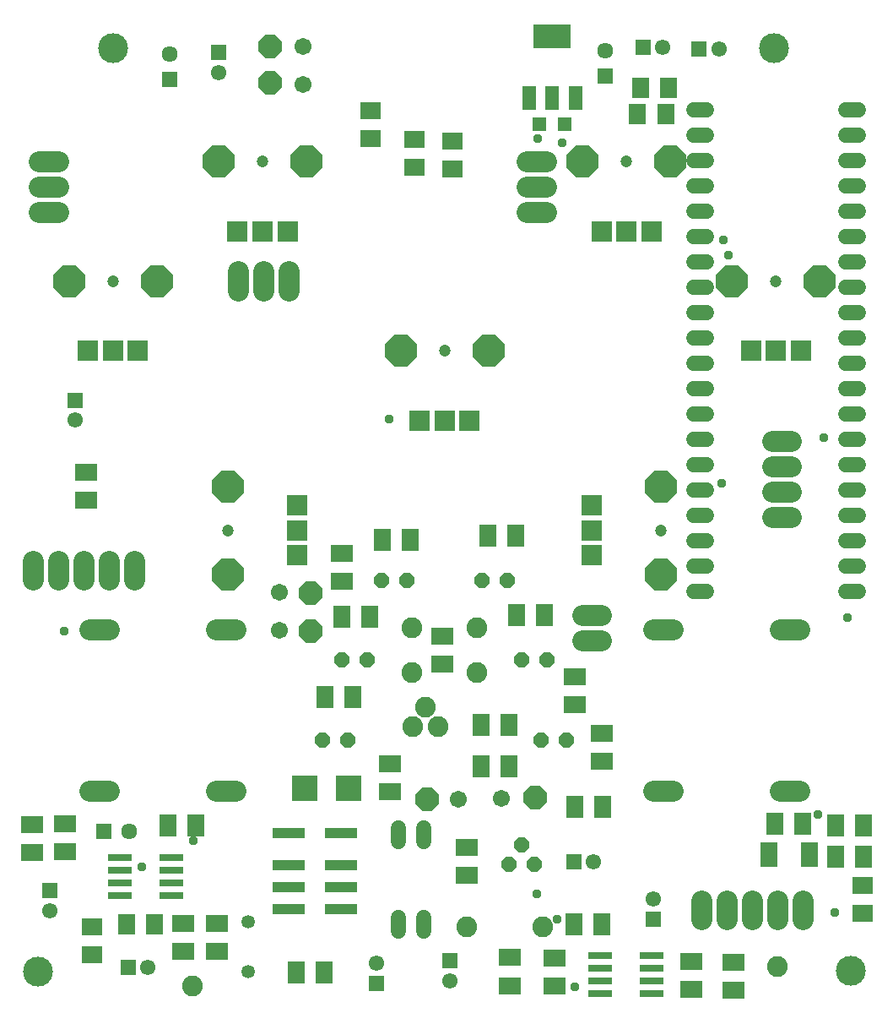
<source format=gbr>
G04 EAGLE Gerber X2 export*
%TF.Part,Single*%
%TF.FileFunction,Soldermask,Top,1*%
%TF.FilePolarity,Positive*%
%TF.GenerationSoftware,Autodesk,EAGLE,9.2.2*%
%TF.CreationDate,2019-06-08T20:53:07Z*%
G75*
%MOMM*%
%FSLAX34Y34*%
%LPD*%
%INSoldermask Top*%
%AMOC8*
5,1,8,0,0,1.08239X$1,22.5*%
G01*
%ADD10P,2.556822X8X202.500000*%
%ADD11R,1.553200X1.553200*%
%ADD12C,1.553200*%
%ADD13R,2.003200X1.803200*%
%ADD14R,1.803200X2.003200*%
%ADD15R,2.603200X2.603200*%
%ADD16C,1.611200*%
%ADD17R,1.611200X1.611200*%
%ADD18C,3.003200*%
%ADD19C,2.153200*%
%ADD20R,3.303200X1.003200*%
%ADD21P,2.556822X8X22.500000*%
%ADD22R,2.203200X1.803200*%
%ADD23R,1.803200X2.203200*%
%ADD24C,1.511200*%
%ADD25R,2.082800X2.082800*%
%ADD26P,3.467112X8X292.500000*%
%ADD27C,1.203200*%
%ADD28P,3.467112X8X22.500000*%
%ADD29P,3.467112X8X202.500000*%
%ADD30R,1.727200X0.533400*%
%ADD31R,1.473200X1.473200*%
%ADD32R,1.422400X2.438400*%
%ADD33R,3.803200X2.403200*%
%ADD34C,1.703200*%
%ADD35P,1.649562X8X202.500000*%
%ADD36C,2.082800*%
%ADD37C,2.159000*%
%ADD38C,2.082800*%
%ADD39R,2.403200X0.803200*%
%ADD40C,1.346200*%
%ADD41C,1.524000*%
%ADD42P,1.649562X8X22.500000*%
%ADD43C,0.959600*%


D10*
X267672Y964694D03*
X267672Y928475D03*
D11*
X697770Y962330D03*
D12*
X717770Y962330D03*
D13*
X412595Y872038D03*
X412595Y844038D03*
X450737Y870599D03*
X450737Y842599D03*
D14*
X636299Y897536D03*
X664299Y897536D03*
X639425Y923765D03*
X667425Y923765D03*
D11*
X641639Y964091D03*
D12*
X661639Y964091D03*
D11*
X216194Y959020D03*
D12*
X216194Y939020D03*
D13*
X861632Y96183D03*
X861632Y124183D03*
D15*
X302066Y221866D03*
X346066Y221866D03*
D16*
X603556Y960896D03*
D17*
X603556Y935496D03*
D16*
X166692Y957507D03*
D17*
X166692Y932107D03*
D18*
X850000Y39085D03*
X35000Y37818D03*
D19*
X86750Y218850D02*
X106250Y218850D01*
X106250Y381150D02*
X86750Y381150D01*
X213750Y218850D02*
X233250Y218850D01*
X233250Y381150D02*
X213750Y381150D01*
D20*
X285941Y176872D03*
X285941Y144872D03*
X285941Y122872D03*
X285941Y100872D03*
X338941Y176872D03*
X338941Y144872D03*
X338941Y122872D03*
X338941Y100872D03*
D10*
X308500Y379478D03*
D21*
X308500Y417580D03*
D19*
X778750Y381150D02*
X798250Y381150D01*
X798250Y218850D02*
X778750Y218850D01*
X671250Y381150D02*
X651750Y381150D01*
X651750Y218850D02*
X671250Y218850D01*
D22*
X440330Y346012D03*
X440330Y374012D03*
X572942Y333354D03*
X572942Y305354D03*
D23*
X543071Y395345D03*
X515071Y395345D03*
X514224Y474884D03*
X486224Y474884D03*
X408047Y470244D03*
X380047Y470244D03*
D22*
X387866Y218297D03*
X387866Y246297D03*
D23*
X507599Y243633D03*
X479599Y243633D03*
X479612Y285242D03*
X507612Y285242D03*
D22*
X600558Y248449D03*
X600558Y276449D03*
X339206Y429029D03*
X339206Y457029D03*
X82949Y510767D03*
X82949Y538767D03*
D23*
X862692Y184359D03*
X834692Y184359D03*
X862517Y153087D03*
X834517Y153087D03*
X773725Y186046D03*
X801725Y186046D03*
D13*
X368642Y900618D03*
X368642Y872618D03*
D24*
X692260Y901700D02*
X705340Y901700D01*
X705340Y876300D02*
X692260Y876300D01*
X692260Y850900D02*
X705340Y850900D01*
X705340Y825500D02*
X692260Y825500D01*
X692260Y800100D02*
X705340Y800100D01*
X705340Y774700D02*
X692260Y774700D01*
X692260Y749300D02*
X705340Y749300D01*
X705340Y723900D02*
X692260Y723900D01*
X692260Y698500D02*
X705340Y698500D01*
X705340Y673100D02*
X692260Y673100D01*
X692260Y647700D02*
X705340Y647700D01*
X705340Y622300D02*
X692260Y622300D01*
X692260Y596900D02*
X705340Y596900D01*
X705340Y571500D02*
X692260Y571500D01*
X692260Y546100D02*
X705340Y546100D01*
X705340Y520700D02*
X692260Y520700D01*
X692260Y495300D02*
X705340Y495300D01*
X705340Y469900D02*
X692260Y469900D01*
X692260Y444500D02*
X705340Y444500D01*
X705340Y419100D02*
X692260Y419100D01*
X844660Y901700D02*
X857740Y901700D01*
X857740Y876300D02*
X844660Y876300D01*
X844660Y850900D02*
X857740Y850900D01*
X857740Y825500D02*
X844660Y825500D01*
X844660Y800100D02*
X857740Y800100D01*
X857740Y774700D02*
X844660Y774700D01*
X844660Y749300D02*
X857740Y749300D01*
X857740Y723900D02*
X844660Y723900D01*
X844660Y698500D02*
X857740Y698500D01*
X857740Y673100D02*
X844660Y673100D01*
X844660Y647700D02*
X857740Y647700D01*
X857740Y622300D02*
X844660Y622300D01*
X844660Y596900D02*
X857740Y596900D01*
X857740Y571500D02*
X844660Y571500D01*
X844660Y546100D02*
X857740Y546100D01*
X857740Y520700D02*
X844660Y520700D01*
X844660Y495300D02*
X857740Y495300D01*
X857740Y469900D02*
X844660Y469900D01*
X844660Y444500D02*
X857740Y444500D01*
X857740Y419100D02*
X844660Y419100D01*
D25*
X750000Y660000D03*
X775000Y660000D03*
X800000Y660000D03*
D26*
X731000Y730000D03*
X819000Y730000D03*
D27*
X775000Y730000D03*
D25*
X295000Y455000D03*
X295000Y480000D03*
X295000Y505000D03*
D28*
X225000Y436000D03*
X225000Y524000D03*
D27*
X225000Y480000D03*
D25*
X600000Y780000D03*
X625000Y780000D03*
X650000Y780000D03*
D26*
X581000Y850000D03*
X669000Y850000D03*
D27*
X625000Y850000D03*
D25*
X590000Y505000D03*
X590000Y480000D03*
X590000Y455000D03*
D29*
X660000Y524000D03*
X660000Y436000D03*
D27*
X660000Y480000D03*
D25*
X417500Y590000D03*
X442500Y590000D03*
X467500Y590000D03*
D26*
X398500Y660000D03*
X486500Y660000D03*
D27*
X442500Y660000D03*
D30*
X808423Y145206D03*
X808423Y150032D03*
X808423Y155112D03*
X808423Y160192D03*
X808423Y165018D03*
X767783Y165018D03*
X767783Y160192D03*
X767783Y155112D03*
X767783Y150032D03*
X767783Y145206D03*
D25*
X85000Y660000D03*
X110000Y660000D03*
X135000Y660000D03*
D26*
X66000Y730000D03*
X154000Y730000D03*
D27*
X110000Y730000D03*
D31*
X537690Y887107D03*
X563090Y887107D03*
D32*
X527613Y913320D03*
X550727Y913320D03*
X573841Y913320D03*
D33*
X550727Y975298D03*
D34*
X277000Y417830D03*
X277000Y380048D03*
X300460Y964978D03*
X300460Y927386D03*
D35*
X405200Y430000D03*
X379800Y430000D03*
X505200Y430000D03*
X479800Y430000D03*
X545200Y350000D03*
X519800Y350000D03*
X565200Y270000D03*
X539800Y270000D03*
D23*
X367462Y393482D03*
X339462Y393482D03*
X350787Y313218D03*
X322787Y313218D03*
D35*
X365200Y350000D03*
X339800Y350000D03*
X345200Y270000D03*
X319800Y270000D03*
D36*
X30000Y430602D02*
X30000Y449398D01*
X55400Y449398D02*
X55400Y430602D01*
X80800Y430602D02*
X80800Y449398D01*
X106200Y449398D02*
X106200Y430602D01*
X131600Y430602D02*
X131600Y449398D01*
D37*
X54887Y799030D02*
X35329Y799030D01*
X35329Y824430D02*
X54887Y824430D01*
X54887Y849830D02*
X35329Y849830D01*
X525329Y799030D02*
X544887Y799030D01*
X544887Y824430D02*
X525329Y824430D01*
X525329Y849830D02*
X544887Y849830D01*
X285908Y739891D02*
X285908Y720333D01*
X260508Y720333D02*
X260508Y739891D01*
X235108Y739891D02*
X235108Y720333D01*
D25*
X235000Y780000D03*
X260000Y780000D03*
X285000Y780000D03*
D26*
X216000Y850000D03*
X304000Y850000D03*
D27*
X260000Y850000D03*
D38*
X475012Y382606D03*
X409988Y382606D03*
X475012Y337394D03*
X409988Y337394D03*
D23*
X193342Y184719D03*
X165342Y184719D03*
D22*
X62093Y185973D03*
X62093Y157973D03*
D11*
X46555Y119279D03*
D12*
X46555Y99279D03*
D16*
X126508Y178437D03*
D17*
X101108Y178437D03*
D11*
X125012Y42305D03*
D12*
X145012Y42305D03*
D13*
X88787Y54753D03*
X88787Y82753D03*
D14*
X123599Y85679D03*
X151599Y85679D03*
D39*
X116899Y139581D03*
X168899Y139581D03*
X116899Y152281D03*
X116899Y126881D03*
X116899Y114181D03*
X168899Y152281D03*
X168899Y126881D03*
X168899Y114181D03*
D40*
X245740Y37760D03*
X245740Y87760D03*
D22*
X213937Y86198D03*
X213937Y58198D03*
D23*
X293606Y36948D03*
X321606Y36948D03*
D11*
X651721Y90841D03*
D12*
X651721Y110841D03*
D23*
X600728Y85077D03*
X572728Y85077D03*
D22*
X180608Y58405D03*
X180608Y86405D03*
X29055Y185092D03*
X29055Y157092D03*
D36*
X700000Y109398D02*
X700000Y90602D01*
X725400Y90602D02*
X725400Y109398D01*
X750800Y109398D02*
X750800Y90602D01*
X776200Y90602D02*
X776200Y109398D01*
X801600Y109398D02*
X801600Y90602D01*
D18*
X110534Y963497D03*
X772959Y963223D03*
D34*
X456394Y210388D03*
X499838Y211394D03*
D21*
X424723Y211066D03*
X533127Y212693D03*
D38*
X410439Y283600D03*
X423139Y302650D03*
X435839Y283600D03*
D11*
X71819Y610452D03*
D12*
X71819Y590452D03*
D36*
X580602Y370000D02*
X599398Y370000D01*
X599398Y395400D02*
X580602Y395400D01*
X771413Y569697D02*
X790209Y569697D01*
X790209Y544297D02*
X771413Y544297D01*
X771413Y518897D02*
X790209Y518897D01*
X790209Y493497D02*
X771413Y493497D01*
D38*
X540898Y82827D03*
X464698Y82827D03*
X189670Y23816D03*
X776054Y42886D03*
D39*
X598542Y41123D03*
X650542Y41123D03*
X598542Y53823D03*
X598542Y28423D03*
X598542Y15723D03*
X650542Y53823D03*
X650542Y28423D03*
X650542Y15723D03*
D22*
X507701Y52015D03*
X507701Y24015D03*
X553287Y23315D03*
X553287Y51315D03*
X690208Y47832D03*
X690208Y19832D03*
X732300Y18962D03*
X732300Y46962D03*
D11*
X448144Y48737D03*
D12*
X448144Y28737D03*
D11*
X374718Y26105D03*
D12*
X374718Y46105D03*
D41*
X422061Y168381D02*
X422061Y181589D01*
X396661Y181589D02*
X396661Y168381D01*
X396661Y92181D02*
X396661Y78973D01*
X422061Y78973D02*
X422061Y92181D01*
D42*
X532371Y145545D03*
X519671Y164595D03*
X506971Y145545D03*
D23*
X573389Y203460D03*
X601389Y203460D03*
D22*
X464479Y162877D03*
X464479Y134877D03*
D11*
X572310Y148233D03*
D12*
X592310Y148233D03*
D43*
X138684Y143256D03*
X190500Y169164D03*
X555640Y90742D03*
X534924Y115824D03*
X834215Y97033D03*
X535845Y872562D03*
X573024Y22860D03*
X560842Y868664D03*
X817347Y195489D03*
X387096Y591312D03*
X720852Y527304D03*
X846743Y393169D03*
X722376Y771144D03*
X822960Y573024D03*
X726948Y755904D03*
X60960Y379476D03*
M02*

</source>
